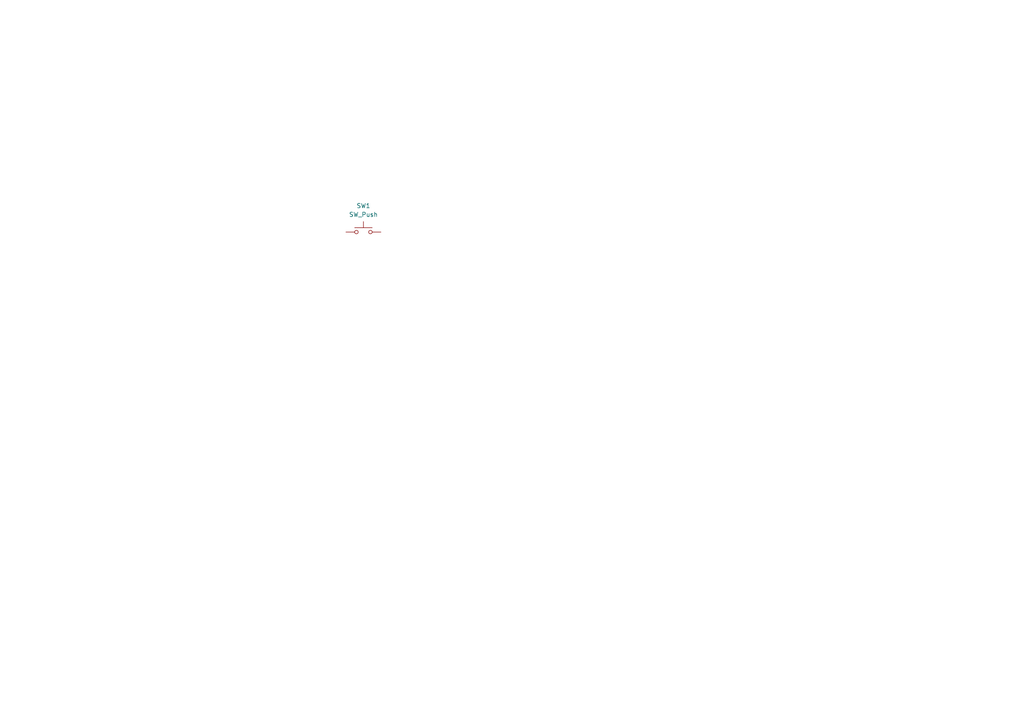
<source format=kicad_sch>
(kicad_sch (version 20230121) (generator eeschema)
  (paper "A4")
  (lib_symbols
    (symbol "Switch:SW_Push" (pin_numbers hide) (pin_names (offset 1.016) hide)
      (property "Reference" "SW" (at 1.27 2.54 0))
      (property "Value" "SW_Push" (at 0 -1.524 0))
      (symbol "SW_Push_0_1"
        (circle (center -2.032 0) (radius 0.508))
        (polyline (pts (xy 0 1.27) (xy 0 3.048)))
        (polyline (pts (xy 2.54 1.27) (xy -2.54 1.27)))
        (circle (center 2.032 0) (radius 0.508))
        (pin passive line (at -5.08 0 0) (length 2.54) (name "1") (number "1"))
        (pin passive line (at 5.08 0 180) (length 2.54) (name "2") (number "2"))
      )
    )
  )
  (symbol (lib_id "Switch:SW_Push") (at 105.41 67.31 0) (unit 1)
    (property "Reference" "SW1" (at 105.41 59.69 0))
    (property "Value" "SW_Push" (at 105.41 62.23 0))
  )
)
</source>
